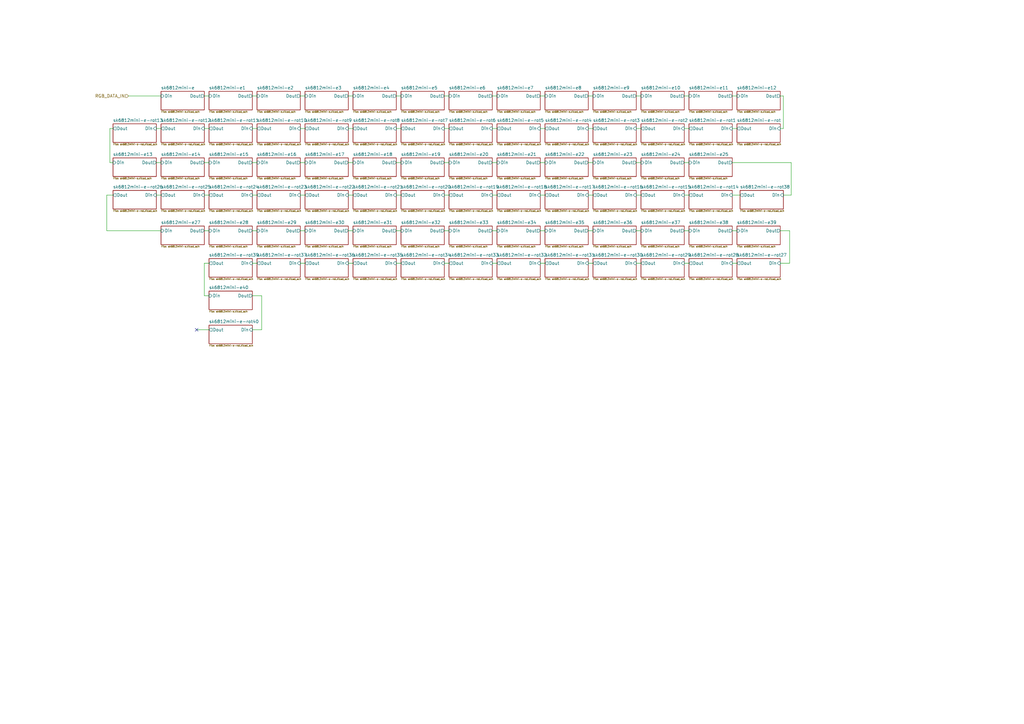
<source format=kicad_sch>
(kicad_sch (version 20230121) (generator eeschema)
  (paper "A3")
  (title_block (title "MoonBoard"))
  (lib_symbols)
  (no_connect (at 80.645 135.255))
  (wire (pts (xy 123.19 80.01) (xy 125.095 80.01)))
  (wire (pts (xy 162.56 107.95) (xy 164.465 107.95)))
  (wire (pts (xy 201.93 52.705) (xy 203.835 52.705)))
  (wire (pts (xy 201.93 80.01) (xy 203.835 80.01)))
  (wire (pts (xy 260.985 66.675) (xy 262.89 66.675)))
  (wire (pts (xy 241.3 94.615) (xy 243.205 94.615)))
  (wire (pts (xy 80.645 135.255) (xy 85.725 135.255)))
  (wire (pts (xy 182.245 94.615) (xy 184.15 94.615)))
  (wire (pts (xy 123.19 94.615) (xy 125.095 94.615)))
  (wire (pts (xy 201.93 94.615) (xy 203.835 94.615)))
  (wire (pts (xy 123.19 66.675) (xy 125.095 66.675)))
  (wire (pts (xy 221.615 94.615) (xy 223.52 94.615)))
  (wire (pts (xy 323.85 107.95) (xy 320.04 107.95)))
  (wire (pts (xy 83.82 66.675) (xy 85.725 66.675)))
  (wire (pts (xy 280.67 39.37) (xy 282.575 39.37)))
  (wire (pts (xy 182.245 107.95) (xy 184.15 107.95)))
  (wire (pts (xy 300.355 94.615) (xy 302.26 94.615)))
  (wire (pts (xy 123.19 39.37) (xy 125.095 39.37)))
  (wire (pts (xy 103.505 52.705) (xy 105.41 52.705)))
  (wire (pts (xy 182.245 80.01) (xy 184.15 80.01)))
  (wire (pts (xy 43.815 80.01) (xy 43.815 94.615)))
  (wire (pts (xy 324.485 66.675) (xy 324.485 80.01)))
  (wire (pts (xy 182.245 39.37) (xy 184.15 39.37)))
  (wire (pts (xy 241.3 80.01) (xy 243.205 80.01)))
  (wire (pts (xy 320.04 94.615) (xy 323.85 94.615)))
  (wire (pts (xy 280.67 107.95) (xy 282.575 107.95)))
  (wire (pts (xy 46.355 80.01) (xy 43.815 80.01)))
  (wire (pts (xy 103.505 121.285) (xy 107.315 121.285)))
  (wire (pts (xy 162.56 52.705) (xy 164.465 52.705)))
  (wire (pts (xy 300.355 52.705) (xy 302.26 52.705)))
  (wire (pts (xy 83.82 121.285) (xy 85.725 121.285)))
  (wire (pts (xy 46.355 52.705) (xy 45.085 52.705)))
  (wire (pts (xy 321.31 39.37) (xy 321.31 52.705)))
  (wire (pts (xy 241.3 66.675) (xy 243.205 66.675)))
  (wire (pts (xy 64.135 66.675) (xy 66.04 66.675)))
  (wire (pts (xy 182.245 52.705) (xy 184.15 52.705)))
  (wire (pts (xy 321.31 52.705) (xy 320.04 52.705)))
  (wire (pts (xy 221.615 52.705) (xy 223.52 52.705)))
  (wire (pts (xy 303.53 80.01) (xy 300.355 80.01)))
  (wire (pts (xy 83.82 52.705) (xy 85.725 52.705)))
  (wire (pts (xy 280.67 52.705) (xy 282.575 52.705)))
  (wire (pts (xy 201.93 107.95) (xy 203.835 107.95)))
  (wire (pts (xy 83.82 94.615) (xy 85.725 94.615)))
  (wire (pts (xy 221.615 39.37) (xy 223.52 39.37)))
  (wire (pts (xy 221.615 80.01) (xy 223.52 80.01)))
  (wire (pts (xy 103.505 66.675) (xy 105.41 66.675)))
  (wire (pts (xy 107.315 121.285) (xy 107.315 135.255)))
  (wire (pts (xy 280.67 80.01) (xy 282.575 80.01)))
  (wire (pts (xy 260.985 39.37) (xy 262.89 39.37)))
  (wire (pts (xy 300.355 39.37) (xy 302.26 39.37)))
  (wire (pts (xy 45.085 52.705) (xy 45.085 66.675)))
  (wire (pts (xy 103.505 39.37) (xy 105.41 39.37)))
  (wire (pts (xy 221.615 66.675) (xy 223.52 66.675)))
  (wire (pts (xy 162.56 39.37) (xy 164.465 39.37)))
  (wire (pts (xy 103.505 107.95) (xy 105.41 107.95)))
  (wire (pts (xy 300.355 107.95) (xy 302.26 107.95)))
  (wire (pts (xy 142.875 94.615) (xy 144.78 94.615)))
  (wire (pts (xy 162.56 80.01) (xy 164.465 80.01)))
  (wire (pts (xy 64.135 52.705) (xy 66.04 52.705)))
  (wire (pts (xy 280.67 66.675) (xy 282.575 66.675)))
  (wire (pts (xy 320.04 39.37) (xy 321.31 39.37)))
  (wire (pts (xy 300.355 66.675) (xy 324.485 66.675)))
  (wire (pts (xy 142.875 80.01) (xy 144.78 80.01)))
  (wire (pts (xy 201.93 39.37) (xy 203.835 39.37)))
  (wire (pts (xy 260.985 94.615) (xy 262.89 94.615)))
  (wire (pts (xy 103.505 80.01) (xy 105.41 80.01)))
  (wire (pts (xy 280.67 94.615) (xy 282.575 94.615)))
  (wire (pts (xy 260.985 80.01) (xy 262.89 80.01)))
  (wire (pts (xy 324.485 80.01) (xy 321.31 80.01)))
  (wire (pts (xy 323.85 94.615) (xy 323.85 107.95)))
  (wire (pts (xy 83.82 107.95) (xy 85.725 107.95)))
  (wire (pts (xy 260.985 52.705) (xy 262.89 52.705)))
  (wire (pts (xy 43.815 94.615) (xy 66.04 94.615)))
  (wire (pts (xy 142.875 39.37) (xy 144.78 39.37)))
  (wire (pts (xy 241.3 52.705) (xy 243.205 52.705)))
  (wire (pts (xy 83.82 39.37) (xy 85.725 39.37)))
  (wire (pts (xy 260.985 107.95) (xy 262.89 107.95)))
  (wire (pts (xy 221.615 107.95) (xy 223.52 107.95)))
  (wire (pts (xy 83.82 107.95) (xy 83.82 121.285)))
  (wire (pts (xy 162.56 94.615) (xy 164.465 94.615)))
  (wire (pts (xy 107.315 135.255) (xy 103.505 135.255)))
  (wire (pts (xy 125.095 107.95) (xy 123.19 107.95)))
  (wire (pts (xy 123.19 52.705) (xy 125.095 52.705)))
  (wire (pts (xy 52.705 39.37) (xy 66.04 39.37)))
  (wire (pts (xy 241.3 107.95) (xy 243.205 107.95)))
  (wire (pts (xy 64.135 80.01) (xy 66.04 80.01)))
  (wire (pts (xy 162.56 66.675) (xy 164.465 66.675)))
  (wire (pts (xy 142.875 66.675) (xy 144.78 66.675)))
  (wire (pts (xy 142.875 107.95) (xy 144.78 107.95)))
  (wire (pts (xy 45.085 66.675) (xy 46.355 66.675)))
  (wire (pts (xy 182.245 66.675) (xy 184.15 66.675)))
  (wire (pts (xy 103.505 94.615) (xy 105.41 94.615)))
  (wire (pts (xy 241.3 39.37) (xy 243.205 39.37)))
  (wire (pts (xy 201.93 66.675) (xy 203.835 66.675)))
  (wire (pts (xy 83.82 80.01) (xy 85.725 80.01)))
  (wire (pts (xy 142.875 52.705) (xy 144.78 52.705)))
  (hierarchical_label "RGB_DATA_IN" (shape input) (at 52.705 39.37 180))
  (sheet (at 144.78 92.71) (size 17.78 7.62) (stroke (width 0.1524))
    (property "Sheetname" "sk6812mini-e31" (at 144.78 91.9984 0) (effects (justify left bottom)))
    (property "Sheetfile" "sk6812mini-e.kicad_sch" (at 144.78 100.6866 0) (effects (font (size 0.7 0.7)) (justify left top)))
    (pin "Dout" output (at 162.56 94.615 0))
    (pin "Din" input (at 144.78 94.615 180))
  )
  (sheet (at 105.41 64.77) (size 17.78 7.62) (stroke (width 0.1524))
    (property "Sheetname" "sk6812mini-e16" (at 105.41 64.0584 0) (effects (justify left bottom)))
    (property "Sheetfile" "sk6812mini-e.kicad_sch" (at 105.41 72.7466 0) (effects (font (size 0.7 0.7)) (justify left top)))
    (pin "Dout" output (at 123.19 66.675 0))
    (pin "Din" input (at 105.41 66.675 180))
  )
  (sheet (at 184.15 92.71) (size 17.78 7.62) (stroke (width 0.1524))
    (property "Sheetname" "sk6812mini-e33" (at 184.15 91.9984 0) (effects (justify left bottom)))
    (property "Sheetfile" "sk6812mini-e.kicad_sch" (at 184.15 100.6866 0) (effects (font (size 0.7 0.7)) (justify left top)))
    (pin "Dout" output (at 201.93 94.615 0))
    (pin "Din" input (at 184.15 94.615 180))
  )
  (sheet (at 223.52 92.71) (size 17.78 7.62) (stroke (width 0.1524))
    (property "Sheetname" "sk6812mini-e35" (at 223.52 91.9984 0) (effects (justify left bottom)))
    (property "Sheetfile" "sk6812mini-e.kicad_sch" (at 223.52 100.6866 0) (effects (font (size 0.7 0.7)) (justify left top)))
    (pin "Dout" output (at 241.3 94.615 0))
    (pin "Din" input (at 223.52 94.615 180))
  )
  (sheet (at 262.89 92.71) (size 17.78 7.62) (stroke (width 0.1524))
    (property "Sheetname" "sk6812mini-e37" (at 262.89 91.9984 0) (effects (justify left bottom)))
    (property "Sheetfile" "sk6812mini-e.kicad_sch" (at 262.89 100.6866 0) (effects (font (size 0.7 0.7)) (justify left top)))
    (pin "Dout" output (at 280.67 94.615 0))
    (pin "Din" input (at 262.89 94.615 180))
  )
  (sheet (at 85.725 119.38) (size 17.78 7.62) (stroke (width 0.1524))
    (property "Sheetname" "sk6812mini-e40" (at 85.725 118.6684 0) (effects (justify left bottom)))
    (property "Sheetfile" "sk6812mini-e.kicad_sch" (at 85.725 127.3566 0) (effects (font (size 0.7 0.7)) (justify left top)))
    (pin "Dout" output (at 103.505 121.285 0))
    (pin "Din" input (at 85.725 121.285 180))
  )
  (sheet (at 203.835 92.71) (size 17.78 7.62) (stroke (width 0.1524))
    (property "Sheetname" "sk6812mini-e34" (at 203.835 91.9984 0) (effects (justify left bottom)))
    (property "Sheetfile" "sk6812mini-e.kicad_sch" (at 203.835 100.6866 0) (effects (font (size 0.7 0.7)) (justify left top)))
    (pin "Dout" output (at 221.615 94.615 0))
    (pin "Din" input (at 203.835 94.615 180))
  )
  (sheet (at 223.52 50.8) (size 17.78 7.62) (stroke (width 0.1524))
    (property "Sheetname" "sk6812mini-e-rot4" (at 223.52 50.0884 0) (effects (justify left bottom)))
    (property "Sheetfile" "sk6812mini-e-rot.kicad_sch" (at 223.52 58.7766 0) (effects (font (size 0.7 0.7)) (justify left top)))
    (pin "Dout" output (at 223.52 52.705 180))
    (pin "Din" input (at 241.3 52.705 0))
  )
  (sheet (at 184.15 50.8) (size 17.78 7.62) (stroke (width 0.1524))
    (property "Sheetname" "sk6812mini-e-rot6" (at 184.15 50.0884 0) (effects (justify left bottom)))
    (property "Sheetfile" "sk6812mini-e-rot.kicad_sch" (at 184.15 58.7766 0) (effects (font (size 0.7 0.7)) (justify left top)))
    (pin "Dout" output (at 184.15 52.705 180))
    (pin "Din" input (at 201.93 52.705 0))
  )
  (sheet (at 184.15 106.045) (size 17.78 7.62) (stroke (width 0.1524))
    (property "Sheetname" "sk6812mini-e-rot33" (at 184.15 105.3334 0) (effects (justify left bottom)))
    (property "Sheetfile" "sk6812mini-e-rot.kicad_sch" (at 184.15 114.0216 0) (effects (font (size 0.7 0.7)) (justify left top)))
    (pin "Dout" output (at 184.15 107.95 180))
    (pin "Din" input (at 201.93 107.95 0))
  )
  (sheet (at 66.04 78.105) (size 17.78 7.62) (stroke (width 0.1524))
    (property "Sheetname" "sk6812mini-e-rot25" (at 66.04 77.3934 0) (effects (justify left bottom)))
    (property "Sheetfile" "sk6812mini-e-rot.kicad_sch" (at 66.04 86.0816 0) (effects (font (size 0.7 0.7)) (justify left top)))
    (pin "Dout" output (at 66.04 80.01 180))
    (pin "Din" input (at 83.82 80.01 0))
  )
  (sheet (at 302.26 50.8) (size 17.78 7.62) (stroke (width 0.1524))
    (property "Sheetname" "sk6812mini-e-rot" (at 302.26 50.0884 0) (effects (justify left bottom)))
    (property "Sheetfile" "sk6812mini-e-rot.kicad_sch" (at 302.26 58.7766 0) (effects (font (size 0.7 0.7)) (justify left top)))
    (pin "Dout" output (at 302.26 52.705 180))
    (pin "Din" input (at 320.04 52.705 0))
  )
  (sheet (at 85.725 64.77) (size 17.78 7.62) (stroke (width 0.1524))
    (property "Sheetname" "sk6812mini-e15" (at 85.725 64.0584 0) (effects (justify left bottom)))
    (property "Sheetfile" "sk6812mini-e.kicad_sch" (at 85.725 72.7466 0) (effects (font (size 0.7 0.7)) (justify left top)))
    (pin "Dout" output (at 103.505 66.675 0))
    (pin "Din" input (at 85.725 66.675 180))
  )
  (sheet (at 46.355 50.8) (size 17.78 7.62) (stroke (width 0.1524))
    (property "Sheetname" "sk6812mini-e-rot13" (at 46.355 50.0884 0) (effects (justify left bottom)))
    (property "Sheetfile" "sk6812mini-e-rot.kicad_sch" (at 46.355 58.7766 0) (effects (font (size 0.7 0.7)) (justify left top)))
    (pin "Dout" output (at 46.355 52.705 180))
    (pin "Din" input (at 64.135 52.705 0))
  )
  (sheet (at 282.575 50.8) (size 17.78 7.62) (stroke (width 0.1524))
    (property "Sheetname" "sk6812mini-e-rot1" (at 282.575 50.0884 0) (effects (justify left bottom)))
    (property "Sheetfile" "sk6812mini-e-rot.kicad_sch" (at 282.575 58.7766 0) (effects (font (size 0.7 0.7)) (justify left top)))
    (pin "Dout" output (at 282.575 52.705 180))
    (pin "Din" input (at 300.355 52.705 0))
  )
  (sheet (at 105.41 106.045) (size 17.78 7.62) (stroke (width 0.1524))
    (property "Sheetname" "sk6812mini-e-rot37" (at 105.41 105.3334 0) (effects (justify left bottom)))
    (property "Sheetfile" "sk6812mini-e-rot.kicad_sch" (at 105.41 114.0216 0) (effects (font (size 0.7 0.7)) (justify left top)))
    (pin "Dout" output (at 105.41 107.95 180))
    (pin "Din" input (at 123.19 107.95 0))
  )
  (sheet (at 105.41 37.465) (size 17.78 7.62) (stroke (width 0.1524))
    (property "Sheetname" "sk6812mini-e2" (at 105.41 36.7534 0) (effects (justify left bottom)))
    (property "Sheetfile" "sk6812mini-e.kicad_sch" (at 105.41 45.4416 0) (effects (font (size 0.7 0.7)) (justify left top)))
    (pin "Dout" output (at 123.19 39.37 0))
    (pin "Din" input (at 105.41 39.37 180))
  )
  (sheet (at 282.575 106.045) (size 17.78 7.62) (stroke (width 0.1524))
    (property "Sheetname" "sk6812mini-e-rot28" (at 282.575 105.3334 0) (effects (justify left bottom)))
    (property "Sheetfile" "sk6812mini-e-rot.kicad_sch" (at 282.575 114.0216 0) (effects (font (size 0.7 0.7)) (justify left top)))
    (pin "Dout" output (at 282.575 107.95 180))
    (pin "Din" input (at 300.355 107.95 0))
  )
  (sheet (at 125.095 64.77) (size 17.78 7.62) (stroke (width 0.1524))
    (property "Sheetname" "sk6812mini-e17" (at 125.095 64.0584 0) (effects (justify left bottom)))
    (property "Sheetfile" "sk6812mini-e.kicad_sch" (at 125.095 72.7466 0) (effects (font (size 0.7 0.7)) (justify left top)))
    (pin "Dout" output (at 142.875 66.675 0))
    (pin "Din" input (at 125.095 66.675 180))
  )
  (sheet (at 144.78 64.77) (size 17.78 7.62) (stroke (width 0.1524))
    (property "Sheetname" "sk6812mini-e18" (at 144.78 64.0584 0) (effects (justify left bottom)))
    (property "Sheetfile" "sk6812mini-e.kicad_sch" (at 144.78 72.7466 0) (effects (font (size 0.7 0.7)) (justify left top)))
    (pin "Dout" output (at 162.56 66.675 0))
    (pin "Din" input (at 144.78 66.675 180))
  )
  (sheet (at 164.465 64.77) (size 17.78 7.62) (stroke (width 0.1524))
    (property "Sheetname" "sk6812mini-e19" (at 164.465 64.0584 0) (effects (justify left bottom)))
    (property "Sheetfile" "sk6812mini-e.kicad_sch" (at 164.465 72.7466 0) (effects (font (size 0.7 0.7)) (justify left top)))
    (pin "Dout" output (at 182.245 66.675 0))
    (pin "Din" input (at 164.465 66.675 180))
  )
  (sheet (at 125.095 37.465) (size 17.78 7.62) (stroke (width 0.1524))
    (property "Sheetname" "sk6812mini-e3" (at 125.095 36.7534 0) (effects (justify left bottom)))
    (property "Sheetfile" "sk6812mini-e.kicad_sch" (at 125.095 45.4416 0) (effects (font (size 0.7 0.7)) (justify left top)))
    (pin "Dout" output (at 142.875 39.37 0))
    (pin "Din" input (at 125.095 39.37 180))
  )
  (sheet (at 262.89 37.465) (size 17.78 7.62) (stroke (width 0.1524))
    (property "Sheetname" "sk6812mini-e10" (at 262.89 36.7534 0) (effects (justify left bottom)))
    (property "Sheetfile" "sk6812mini-e.kicad_sch" (at 262.89 45.4416 0) (effects (font (size 0.7 0.7)) (justify left top)))
    (pin "Dout" output (at 280.67 39.37 0))
    (pin "Din" input (at 262.89 39.37 180))
  )
  (sheet (at 144.78 50.8) (size 17.78 7.62) (stroke (width 0.1524))
    (property "Sheetname" "sk6812mini-e-rot8" (at 144.78 50.0884 0) (effects (justify left bottom)))
    (property "Sheetfile" "sk6812mini-e-rot.kicad_sch" (at 144.78 58.7766 0) (effects (font (size 0.7 0.7)) (justify left top)))
    (pin "Dout" output (at 144.78 52.705 180))
    (pin "Din" input (at 162.56 52.705 0))
  )
  (sheet (at 243.205 92.71) (size 17.78 7.62) (stroke (width 0.1524))
    (property "Sheetname" "sk6812mini-e36" (at 243.205 91.9984 0) (effects (justify left bottom)))
    (property "Sheetfile" "sk6812mini-e.kicad_sch" (at 243.205 100.6866 0) (effects (font (size 0.7 0.7)) (justify left top)))
    (pin "Dout" output (at 260.985 94.615 0))
    (pin "Din" input (at 243.205 94.615 180))
  )
  (sheet (at 46.355 78.105) (size 17.78 7.62) (stroke (width 0.1524))
    (property "Sheetname" "sk6812mini-e-rot26" (at 46.355 77.3934 0) (effects (justify left bottom)))
    (property "Sheetfile" "sk6812mini-e-rot.kicad_sch" (at 46.355 86.0816 0) (effects (font (size 0.7 0.7)) (justify left top)))
    (pin "Dout" output (at 46.355 80.01 180))
    (pin "Din" input (at 64.135 80.01 0))
  )
  (sheet (at 262.89 106.045) (size 17.78 7.62) (stroke (width 0.1524))
    (property "Sheetname" "sk6812mini-e-rot29" (at 262.89 105.3334 0) (effects (justify left bottom)))
    (property "Sheetfile" "sk6812mini-e-rot.kicad_sch" (at 262.89 114.0216 0) (effects (font (size 0.7 0.7)) (justify left top)))
    (pin "Dout" output (at 262.89 107.95 180))
    (pin "Din" input (at 280.67 107.95 0))
  )
  (sheet (at 184.15 64.77) (size 17.78 7.62) (stroke (width 0.1524))
    (property "Sheetname" "sk6812mini-e20" (at 184.15 64.0584 0) (effects (justify left bottom)))
    (property "Sheetfile" "sk6812mini-e.kicad_sch" (at 184.15 72.7466 0) (effects (font (size 0.7 0.7)) (justify left top)))
    (pin "Dout" output (at 201.93 66.675 0))
    (pin "Din" input (at 184.15 66.675 180))
  )
  (sheet (at 302.26 37.465) (size 17.78 7.62) (stroke (width 0.1524))
    (property "Sheetname" "sk6812mini-e12" (at 302.26 36.7534 0) (effects (justify left bottom)))
    (property "Sheetfile" "sk6812mini-e.kicad_sch" (at 302.26 45.4416 0) (effects (font (size 0.7 0.7)) (justify left top)))
    (pin "Dout" output (at 320.04 39.37 0))
    (pin "Din" input (at 302.26 39.37 180))
  )
  (sheet (at 125.095 78.105) (size 17.78 7.62) (stroke (width 0.1524))
    (property "Sheetname" "sk6812mini-e-rot22" (at 125.095 77.3934 0) (effects (justify left bottom)))
    (property "Sheetfile" "sk6812mini-e-rot.kicad_sch" (at 125.095 86.0816 0) (effects (font (size 0.7 0.7)) (justify left top)))
    (pin "Dout" output (at 125.095 80.01 180))
    (pin "Din" input (at 142.875 80.01 0))
  )
  (sheet (at 144.78 106.045) (size 17.78 7.62) (stroke (width 0.1524))
    (property "Sheetname" "sk6812mini-e-rot35" (at 144.78 105.3334 0) (effects (justify left bottom)))
    (property "Sheetfile" "sk6812mini-e-rot.kicad_sch" (at 144.78 114.0216 0) (effects (font (size 0.7 0.7)) (justify left top)))
    (pin "Dout" output (at 144.78 107.95 180))
    (pin "Din" input (at 162.56 107.95 0))
  )
  (sheet (at 105.41 92.71) (size 17.78 7.62) (stroke (width 0.1524))
    (property "Sheetname" "sk6812mini-e29" (at 105.41 91.9984 0) (effects (justify left bottom)))
    (property "Sheetfile" "sk6812mini-e.kicad_sch" (at 105.41 100.6866 0) (effects (font (size 0.7 0.7)) (justify left top)))
    (pin "Dout" output (at 123.19 94.615 0))
    (pin "Din" input (at 105.41 94.615 180))
  )
  (sheet (at 223.52 78.105) (size 17.78 7.62) (stroke (width 0.1524))
    (property "Sheetname" "sk6812mini-e-rot17" (at 223.52 77.3934 0) (effects (justify left bottom)))
    (property "Sheetfile" "sk6812mini-e-rot.kicad_sch" (at 223.52 86.0816 0) (effects (font (size 0.7 0.7)) (justify left top)))
    (pin "Dout" output (at 223.52 80.01 180))
    (pin "Din" input (at 241.3 80.01 0))
  )
  (sheet (at 125.095 50.8) (size 17.78 7.62) (stroke (width 0.1524))
    (property "Sheetname" "sk6812mini-e-rot9" (at 125.095 50.0884 0) (effects (justify left bottom)))
    (property "Sheetfile" "sk6812mini-e-rot.kicad_sch" (at 125.095 58.7766 0) (effects (font (size 0.7 0.7)) (justify left top)))
    (pin "Dout" output (at 125.095 52.705 180))
    (pin "Din" input (at 142.875 52.705 0))
  )
  (sheet (at 144.78 37.465) (size 17.78 7.62) (stroke (width 0.1524))
    (property "Sheetname" "sk6812mini-e4" (at 144.78 36.7534 0) (effects (justify left bottom)))
    (property "Sheetfile" "sk6812mini-e.kicad_sch" (at 144.78 45.4416 0) (effects (font (size 0.7 0.7)) (justify left top)))
    (pin "Dout" output (at 162.56 39.37 0))
    (pin "Din" input (at 144.78 39.37 180))
  )
  (sheet (at 144.78 78.105) (size 17.78 7.62) (stroke (width 0.1524))
    (property "Sheetname" "sk6812mini-e-rot21" (at 144.78 77.3934 0) (effects (justify left bottom)))
    (property "Sheetfile" "sk6812mini-e-rot.kicad_sch" (at 144.78 86.0816 0) (effects (font (size 0.7 0.7)) (justify left top)))
    (pin "Dout" output (at 144.78 80.01 180))
    (pin "Din" input (at 162.56 80.01 0))
  )
  (sheet (at 66.04 92.71) (size 17.78 7.62) (stroke (width 0.1524))
    (property "Sheetname" "sk6812mini-e27" (at 66.04 91.9984 0) (effects (justify left bottom)))
    (property "Sheetfile" "sk6812mini-e.kicad_sch" (at 66.04 100.6866 0) (effects (font (size 0.7 0.7)) (justify left top)))
    (pin "Dout" output (at 83.82 94.615 0))
    (pin "Din" input (at 66.04 94.615 180))
  )
  (sheet (at 184.15 78.105) (size 17.78 7.62) (stroke (width 0.1524))
    (property "Sheetname" "sk6812mini-e-rot19" (at 184.15 77.3934 0) (effects (justify left bottom)))
    (property "Sheetfile" "sk6812mini-e-rot.kicad_sch" (at 184.15 86.0816 0) (effects (font (size 0.7 0.7)) (justify left top)))
    (pin "Dout" output (at 184.15 80.01 180))
    (pin "Din" input (at 201.93 80.01 0))
  )
  (sheet (at 66.04 37.465) (size 17.78 7.62) (stroke (width 0.1524))
    (property "Sheetname" "sk6812mini-e" (at 66.04 36.7534 0) (effects (justify left bottom)))
    (property "Sheetfile" "sk6812mini-e.kicad_sch" (at 66.04 45.4416 0) (effects (font (size 0.7 0.7)) (justify left top)))
    (pin "Dout" output (at 83.82 39.37 0))
    (pin "Din" input (at 66.04 39.37 180))
  )
  (sheet (at 164.465 50.8) (size 17.78 7.62) (stroke (width 0.1524))
    (property "Sheetname" "sk6812mini-e-rot7" (at 164.465 50.0884 0) (effects (justify left bottom)))
    (property "Sheetfile" "sk6812mini-e-rot.kicad_sch" (at 164.465 58.7766 0) (effects (font (size 0.7 0.7)) (justify left top)))
    (pin "Dout" output (at 164.465 52.705 180))
    (pin "Din" input (at 182.245 52.705 0))
  )
  (sheet (at 203.835 106.045) (size 17.78 7.62) (stroke (width 0.1524))
    (property "Sheetname" "sk6812mini-e-rot32" (at 203.835 105.3334 0) (effects (justify left bottom)))
    (property "Sheetfile" "sk6812mini-e-rot.kicad_sch" (at 203.835 114.0216 0) (effects (font (size 0.7 0.7)) (justify left top)))
    (pin "Dout" output (at 203.835 107.95 180))
    (pin "Din" input (at 221.615 107.95 0))
  )
  (sheet (at 282.575 92.71) (size 17.78 7.62) (stroke (width 0.1524))
    (property "Sheetname" "sk6812mini-e38" (at 282.575 91.9984 0) (effects (justify left bottom)))
    (property "Sheetfile" "sk6812mini-e.kicad_sch" (at 282.575 100.6866 0) (effects (font (size 0.7 0.7)) (justify left top)))
    (pin "Dout" output (at 300.355 94.615 0))
    (pin "Din" input (at 282.575 94.615 180))
  )
  (sheet (at 66.04 50.8) (size 17.78 7.62) (stroke (width 0.1524))
    (property "Sheetname" "sk6812mini-e-rot12" (at 66.04 50.0884 0) (effects (justify left bottom)))
    (property "Sheetfile" "sk6812mini-e-rot.kicad_sch" (at 66.04 58.7766 0) (effects (font (size 0.7 0.7)) (justify left top)))
    (pin "Dout" output (at 66.04 52.705 180))
    (pin "Din" input (at 83.82 52.705 0))
  )
  (sheet (at 85.725 78.105) (size 17.78 7.62) (stroke (width 0.1524))
    (property "Sheetname" "sk6812mini-e-rot24" (at 85.725 77.3934 0) (effects (justify left bottom)))
    (property "Sheetfile" "sk6812mini-e-rot.kicad_sch" (at 85.725 86.0816 0) (effects (font (size 0.7 0.7)) (justify left top)))
    (pin "Dout" output (at 85.725 80.01 180))
    (pin "Din" input (at 103.505 80.01 0))
  )
  (sheet (at 303.53 78.105) (size 17.78 7.62) (stroke (width 0.1524))
    (property "Sheetname" "sk6812mini-e-rot38" (at 303.53 77.3934 0) (effects (justify left bottom)))
    (property "Sheetfile" "sk6812mini-e-rot.kicad_sch" (at 303.53 86.0816 0) (effects (font (size 0.7 0.7)) (justify left top)))
    (pin "Dout" output (at 303.53 80.01 180))
    (pin "Din" input (at 321.31 80.01 0))
  )
  (sheet (at 243.205 64.77) (size 17.78 7.62) (stroke (width 0.1524))
    (property "Sheetname" "sk6812mini-e23" (at 243.205 64.0584 0) (effects (justify left bottom)))
    (property "Sheetfile" "sk6812mini-e.kicad_sch" (at 243.205 72.7466 0) (effects (font (size 0.7 0.7)) (justify left top)))
    (pin "Dout" output (at 260.985 66.675 0))
    (pin "Din" input (at 243.205 66.675 180))
  )
  (sheet (at 164.465 78.105) (size 17.78 7.62) (stroke (width 0.1524))
    (property "Sheetname" "sk6812mini-e-rot20" (at 164.465 77.3934 0) (effects (justify left bottom)))
    (property "Sheetfile" "sk6812mini-e-rot.kicad_sch" (at 164.465 86.0816 0) (effects (font (size 0.7 0.7)) (justify left top)))
    (pin "Dout" output (at 164.465 80.01 180))
    (pin "Din" input (at 182.245 80.01 0))
  )
  (sheet (at 243.205 37.465) (size 17.78 7.62) (stroke (width 0.1524))
    (property "Sheetname" "sk6812mini-e9" (at 243.205 36.7534 0) (effects (justify left bottom)))
    (property "Sheetfile" "sk6812mini-e.kicad_sch" (at 243.205 45.4416 0) (effects (font (size 0.7 0.7)) (justify left top)))
    (pin "Dout" output (at 260.985 39.37 0))
    (pin "Din" input (at 243.205 39.37 180))
  )
  (sheet (at 203.835 37.465) (size 17.78 7.62) (stroke (width 0.1524))
    (property "Sheetname" "sk6812mini-e7" (at 203.835 36.7534 0) (effects (justify left bottom)))
    (property "Sheetfile" "sk6812mini-e.kicad_sch" (at 203.835 45.4416 0) (effects (font (size 0.7 0.7)) (justify left top)))
    (pin "Dout" output (at 221.615 39.37 0))
    (pin "Din" input (at 203.835 39.37 180))
  )
  (sheet (at 223.52 64.77) (size 17.78 7.62) (stroke (width 0.1524))
    (property "Sheetname" "sk6812mini-e22" (at 223.52 64.0584 0) (effects (justify left bottom)))
    (property "Sheetfile" "sk6812mini-e.kicad_sch" (at 223.52 72.7466 0) (effects (font (size 0.7 0.7)) (justify left top)))
    (pin "Dout" output (at 241.3 66.675 0))
    (pin "Din" input (at 223.52 66.675 180))
  )
  (sheet (at 164.465 92.71) (size 17.78 7.62) (stroke (width 0.1524))
    (property "Sheetname" "sk6812mini-e32" (at 164.465 91.9984 0) (effects (justify left bottom)))
    (property "Sheetfile" "sk6812mini-e.kicad_sch" (at 164.465 100.6866 0) (effects (font (size 0.7 0.7)) (justify left top)))
    (pin "Dout" output (at 182.245 94.615 0))
    (pin "Din" input (at 164.465 94.615 180))
  )
  (sheet (at 203.835 78.105) (size 17.78 7.62) (stroke (width 0.1524))
    (property "Sheetname" "sk6812mini-e-rot18" (at 203.835 77.3934 0) (effects (justify left bottom)))
    (property "Sheetfile" "sk6812mini-e-rot.kicad_sch" (at 203.835 86.0816 0) (effects (font (size 0.7 0.7)) (justify left top)))
    (pin "Dout" output (at 203.835 80.01 180))
    (pin "Din" input (at 221.615 80.01 0))
  )
  (sheet (at 85.725 106.045) (size 17.78 7.62) (stroke (width 0.1524))
    (property "Sheetname" "sk6812mini-e-rot39" (at 85.725 105.3334 0) (effects (justify left bottom)))
    (property "Sheetfile" "sk6812mini-e-rot.kicad_sch" (at 85.725 114.0216 0) (effects (font (size 0.7 0.7)) (justify left top)))
    (pin "Dout" output (at 85.725 107.95 180))
    (pin "Din" input (at 103.505 107.95 0))
  )
  (sheet (at 262.89 64.77) (size 17.78 7.62) (stroke (width 0.1524))
    (property "Sheetname" "sk6812mini-e24" (at 262.89 64.0584 0) (effects (justify left bottom)))
    (property "Sheetfile" "sk6812mini-e.kicad_sch" (at 262.89 72.7466 0) (effects (font (size 0.7 0.7)) (justify left top)))
    (pin "Dout" output (at 280.67 66.675 0))
    (pin "Din" input (at 262.89 66.675 180))
  )
  (sheet (at 164.465 37.465) (size 17.78 7.62) (stroke (width 0.1524))
    (property "Sheetname" "sk6812mini-e5" (at 164.465 36.7534 0) (effects (justify left bottom)))
    (property "Sheetfile" "sk6812mini-e.kicad_sch" (at 164.465 45.4416 0) (effects (font (size 0.7 0.7)) (justify left top)))
    (pin "Dout" output (at 182.245 39.37 0))
    (pin "Din" input (at 164.465 39.37 180))
  )
  (sheet (at 125.095 92.71) (size 17.78 7.62) (stroke (width 0.1524))
    (property "Sheetname" "sk6812mini-e30" (at 125.095 91.9984 0) (effects (justify left bottom)))
    (property "Sheetfile" "sk6812mini-e.kicad_sch" (at 125.095 100.6866 0) (effects (font (size 0.7 0.7)) (justify left top)))
    (pin "Dout" output (at 142.875 94.615 0))
    (pin "Din" input (at 125.095 94.615 180))
  )
  (sheet (at 46.355 64.77) (size 17.78 7.62) (stroke (width 0.1524))
    (property "Sheetname" "sk6812mini-e13" (at 46.355 64.0584 0) (effects (justify left bottom)))
    (property "Sheetfile" "sk6812mini-e.kicad_sch" (at 46.355 72.7466 0) (effects (font (size 0.7 0.7)) (justify left top)))
    (pin "Dout" output (at 64.135 66.675 0))
    (pin "Din" input (at 46.355 66.675 180))
  )
  (sheet (at 302.26 106.045) (size 17.78 7.62) (stroke (width 0.1524))
    (property "Sheetname" "sk6812mini-e-rot27" (at 302.26 105.3334 0) (effects (justify left bottom)))
    (property "Sheetfile" "sk6812mini-e-rot.kicad_sch" (at 302.26 114.0216 0) (effects (font (size 0.7 0.7)) (justify left top)))
    (pin "Dout" output (at 302.26 107.95 180))
    (pin "Din" input (at 320.04 107.95 0))
  )
  (sheet (at 105.41 78.105) (size 17.78 7.62) (stroke (width 0.1524))
    (property "Sheetname" "sk6812mini-e-rot23" (at 105.41 77.3934 0) (effects (justify left bottom)))
    (property "Sheetfile" "sk6812mini-e-rot.kicad_sch" (at 105.41 86.0816 0) (effects (font (size 0.7 0.7)) (justify left top)))
    (pin "Dout" output (at 105.41 80.01 180))
    (pin "Din" input (at 123.19 80.01 0))
  )
  (sheet (at 302.26 92.71) (size 17.78 7.62) (stroke (width 0.1524))
    (property "Sheetname" "sk6812mini-e39" (at 302.26 91.9984 0) (effects (justify left bottom)))
    (property "Sheetfile" "sk6812mini-e.kicad_sch" (at 302.26 100.6866 0) (effects (font (size 0.7 0.7)) (justify left top)))
    (pin "Dout" output (at 320.04 94.615 0))
    (pin "Din" input (at 302.26 94.615 180))
  )
  (sheet (at 203.835 50.8) (size 17.78 7.62) (stroke (width 0.1524))
    (property "Sheetname" "sk6812mini-e-rot5" (at 203.835 50.0884 0) (effects (justify left bottom)))
    (property "Sheetfile" "sk6812mini-e-rot.kicad_sch" (at 203.835 58.7766 0) (effects (font (size 0.7 0.7)) (justify left top)))
    (pin "Dout" output (at 203.835 52.705 180))
    (pin "Din" input (at 221.615 52.705 0))
  )
  (sheet (at 105.41 50.8) (size 17.78 7.62) (stroke (width 0.1524))
    (property "Sheetname" "sk6812mini-e-rot10" (at 105.41 50.0884 0) (effects (justify left bottom)))
    (property "Sheetfile" "sk6812mini-e-rot.kicad_sch" (at 105.41 58.7766 0) (effects (font (size 0.7 0.7)) (justify left top)))
    (pin "Dout" output (at 105.41 52.705 180))
    (pin "Din" input (at 123.19 52.705 0))
  )
  (sheet (at 243.205 106.045) (size 17.78 7.62) (stroke (width 0.1524))
    (property "Sheetname" "sk6812mini-e-rot30" (at 243.205 105.3334 0) (effects (justify left bottom)))
    (property "Sheetfile" "sk6812mini-e-rot.kicad_sch" (at 243.205 114.0216 0) (effects (font (size 0.7 0.7)) (justify left top)))
    (pin "Dout" output (at 243.205 107.95 180))
    (pin "Din" input (at 260.985 107.95 0))
  )
  (sheet (at 243.205 50.8) (size 17.78 7.62) (stroke (width 0.1524))
    (property "Sheetname" "sk6812mini-e-rot3" (at 243.205 50.0884 0) (effects (justify left bottom)))
    (property "Sheetfile" "sk6812mini-e-rot.kicad_sch" (at 243.205 58.7766 0) (effects (font (size 0.7 0.7)) (justify left top)))
    (pin "Dout" output (at 243.205 52.705 180))
    (pin "Din" input (at 260.985 52.705 0))
  )
  (sheet (at 85.725 50.8) (size 17.78 7.62) (stroke (width 0.1524))
    (property "Sheetname" "sk6812mini-e-rot11" (at 85.725 50.0884 0) (effects (justify left bottom)))
    (property "Sheetfile" "sk6812mini-e-rot.kicad_sch" (at 85.725 58.7766 0) (effects (font (size 0.7 0.7)) (justify left top)))
    (pin "Dout" output (at 85.725 52.705 180))
    (pin "Din" input (at 103.505 52.705 0))
  )
  (sheet (at 282.575 78.105) (size 17.78 7.62) (stroke (width 0.1524))
    (property "Sheetname" "sk6812mini-e-rot14" (at 282.575 77.3934 0) (effects (justify left bottom)))
    (property "Sheetfile" "sk6812mini-e-rot.kicad_sch" (at 282.575 86.0816 0) (effects (font (size 0.7 0.7)) (justify left top)))
    (pin "Dout" output (at 282.575 80.01 180))
    (pin "Din" input (at 300.355 80.01 0))
  )
  (sheet (at 223.52 106.045) (size 17.78 7.62) (stroke (width 0.1524))
    (property "Sheetname" "sk6812mini-e-rot31" (at 223.52 105.3334 0) (effects (justify left bottom)))
    (property "Sheetfile" "sk6812mini-e-rot.kicad_sch" (at 223.52 114.0216 0) (effects (font (size 0.7 0.7)) (justify left top)))
    (pin "Dout" output (at 223.52 107.95 180))
    (pin "Din" input (at 241.3 107.95 0))
  )
  (sheet (at 262.89 78.105) (size 17.78 7.62) (stroke (width 0.1524))
    (property "Sheetname" "sk6812mini-e-rot15" (at 262.89 77.3934 0) (effects (justify left bottom)))
    (property "Sheetfile" "sk6812mini-e-rot.kicad_sch" (at 262.89 86.0816 0) (effects (font (size 0.7 0.7)) (justify left top)))
    (pin "Dout" output (at 262.89 80.01 180))
    (pin "Din" input (at 280.67 80.01 0))
  )
  (sheet (at 85.725 37.465) (size 17.78 7.62) (stroke (width 0.1524))
    (property "Sheetname" "sk6812mini-e1" (at 85.725 36.7534 0) (effects (justify left bottom)))
    (property "Sheetfile" "sk6812mini-e.kicad_sch" (at 85.725 45.4416 0) (effects (font (size 0.7 0.7)) (justify left top)))
    (pin "Dout" output (at 103.505 39.37 0))
    (pin "Din" input (at 85.725 39.37 180))
  )
  (sheet (at 125.095 106.045) (size 17.78 7.62) (stroke (width 0.1524))
    (property "Sheetname" "sk6812mini-e-rot36" (at 125.095 105.3334 0) (effects (justify left bottom)))
    (property "Sheetfile" "sk6812mini-e-rot.kicad_sch" (at 125.095 114.0216 0) (effects (font (size 0.7 0.7)) (justify left top)))
    (pin "Dout" output (at 125.095 107.95 180))
    (pin "Din" input (at 142.875 107.95 0))
  )
  (sheet (at 203.835 64.77) (size 17.78 7.62) (stroke (width 0.1524))
    (property "Sheetname" "sk6812mini-e21" (at 203.835 64.0584 0) (effects (justify left bottom)))
    (property "Sheetfile" "sk6812mini-e.kicad_sch" (at 203.835 72.7466 0) (effects (font (size 0.7 0.7)) (justify left top)))
    (pin "Dout" output (at 221.615 66.675 0))
    (pin "Din" input (at 203.835 66.675 180))
  )
  (sheet (at 85.725 92.71) (size 17.78 7.62) (stroke (width 0.1524))
    (property "Sheetname" "sk6812mini-e28" (at 85.725 91.9984 0) (effects (justify left bottom)))
    (property "Sheetfile" "sk6812mini-e.kicad_sch" (at 85.725 100.6866 0) (effects (font (size 0.7 0.7)) (justify left top)))
    (pin "Dout" output (at 103.505 94.615 0))
    (pin "Din" input (at 85.725 94.615 180))
  )
  (sheet (at 282.575 64.77) (size 17.78 7.62) (stroke (width 0.1524))
    (property "Sheetname" "sk6812mini-e25" (at 282.575 64.0584 0) (effects (justify left bottom)))
    (property "Sheetfile" "sk6812mini-e.kicad_sch" (at 282.575 72.7466 0) (effects (font (size 0.7 0.7)) (justify left top)))
    (pin "Dout" output (at 300.355 66.675 0))
    (pin "Din" input (at 282.575 66.675 180))
  )
  (sheet (at 243.205 78.105) (size 17.78 7.62) (stroke (width 0.1524))
    (property "Sheetname" "sk6812mini-e-rot16" (at 243.205 77.3934 0) (effects (justify left bottom)))
    (property "Sheetfile" "sk6812mini-e-rot.kicad_sch" (at 243.205 86.0816 0) (effects (font (size 0.7 0.7)) (justify left top)))
    (pin "Dout" output (at 243.205 80.01 180))
    (pin "Din" input (at 260.985 80.01 0))
  )
  (sheet (at 282.575 37.465) (size 17.78 7.62) (stroke (width 0.1524))
    (property "Sheetname" "sk6812mini-e11" (at 282.575 36.7534 0) (effects (justify left bottom)))
    (property "Sheetfile" "sk6812mini-e.kicad_sch" (at 282.575 45.4416 0) (effects (font (size 0.7 0.7)) (justify left top)))
    (pin "Dout" output (at 300.355 39.37 0))
    (pin "Din" input (at 282.575 39.37 180))
  )
  (sheet (at 223.52 37.465) (size 17.78 7.62) (stroke (width 0.1524))
    (property "Sheetname" "sk6812mini-e8" (at 223.52 36.7534 0) (effects (justify left bottom)))
    (property "Sheetfile" "sk6812mini-e.kicad_sch" (at 223.52 45.4416 0) (effects (font (size 0.7 0.7)) (justify left top)))
    (pin "Dout" output (at 241.3 39.37 0))
    (pin "Din" input (at 223.52 39.37 180))
  )
  (sheet (at 184.15 37.465) (size 17.78 7.62) (stroke (width 0.1524))
    (property "Sheetname" "sk6812mini-e6" (at 184.15 36.7534 0) (effects (justify left bottom)))
    (property "Sheetfile" "sk6812mini-e.kicad_sch" (at 184.15 45.4416 0) (effects (font (size 0.7 0.7)) (justify left top)))
    (pin "Dout" output (at 201.93 39.37 0))
    (pin "Din" input (at 184.15 39.37 180))
  )
  (sheet (at 262.89 50.8) (size 17.78 7.62) (stroke (width 0.1524))
    (property "Sheetname" "sk6812mini-e-rot2" (at 262.89 50.0884 0) (effects (justify left bottom)))
    (property "Sheetfile" "sk6812mini-e-rot.kicad_sch" (at 262.89 58.7766 0) (effects (font (size 0.7 0.7)) (justify left top)))
    (pin "Dout" output (at 262.89 52.705 180))
    (pin "Din" input (at 280.67 52.705 0))
  )
  (sheet (at 164.465 106.045) (size 17.78 7.62) (stroke (width 0.1524))
    (property "Sheetname" "sk6812mini-e-rot34" (at 164.465 105.3334 0) (effects (justify left bottom)))
    (property "Sheetfile" "sk6812mini-e-rot.kicad_sch" (at 164.465 114.0216 0) (effects (font (size 0.7 0.7)) (justify left top)))
    (pin "Dout" output (at 164.465 107.95 180))
    (pin "Din" input (at 182.245 107.95 0))
  )
  (sheet (at 66.04 64.77) (size 17.78 7.62) (stroke (width 0.1524))
    (property "Sheetname" "sk6812mini-e14" (at 66.04 64.0584 0) (effects (justify left bottom)))
    (property "Sheetfile" "sk6812mini-e.kicad_sch" (at 66.04 72.7466 0) (effects (font (size 0.7 0.7)) (justify left top)))
    (pin "Dout" output (at 83.82 66.675 0))
    (pin "Din" input (at 66.04 66.675 180))
  )
  (sheet (at 85.725 133.35) (size 17.78 7.62) (stroke (width 0.1524))
    (property "Sheetname" "sk6812mini-e-rot40" (at 85.725 132.6384 0) (effects (justify left bottom)))
    (property "Sheetfile" "sk6812mini-e-rot.kicad_sch" (at 85.725 141.3266 0) (effects (font (size 0.7 0.7)) (justify left top)))
    (pin "Dout" output (at 85.725 135.255 180))
    (pin "Din" input (at 103.505 135.255 0))
  )
)
</source>
